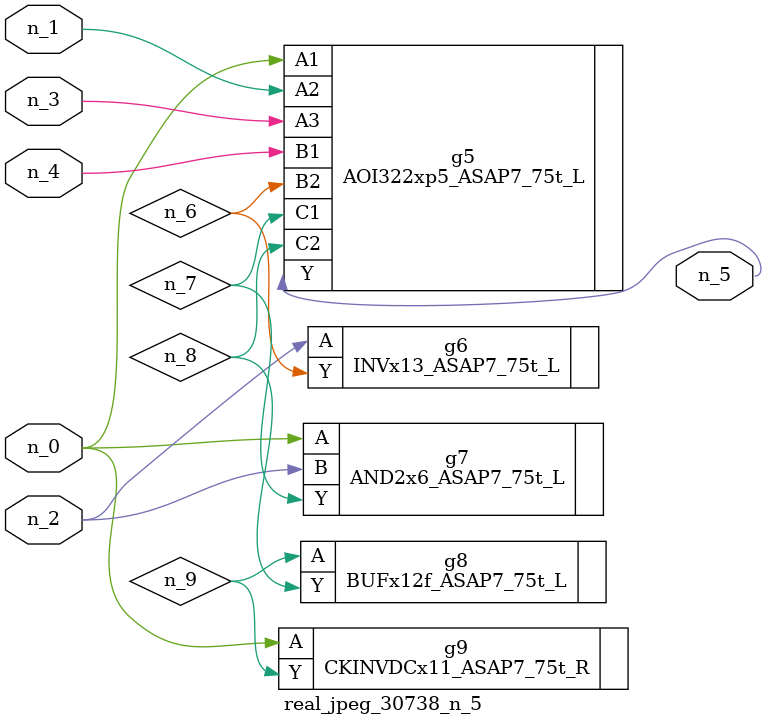
<source format=v>
module real_jpeg_30738_n_5 (n_4, n_0, n_1, n_2, n_3, n_5);

input n_4;
input n_0;
input n_1;
input n_2;
input n_3;

output n_5;

wire n_8;
wire n_6;
wire n_7;
wire n_9;

AOI322xp5_ASAP7_75t_L g5 ( 
.A1(n_0),
.A2(n_1),
.A3(n_3),
.B1(n_4),
.B2(n_6),
.C1(n_7),
.C2(n_8),
.Y(n_5)
);

AND2x6_ASAP7_75t_L g7 ( 
.A(n_0),
.B(n_2),
.Y(n_7)
);

CKINVDCx11_ASAP7_75t_R g9 ( 
.A(n_0),
.Y(n_9)
);

INVx13_ASAP7_75t_L g6 ( 
.A(n_2),
.Y(n_6)
);

BUFx12f_ASAP7_75t_L g8 ( 
.A(n_9),
.Y(n_8)
);


endmodule
</source>
